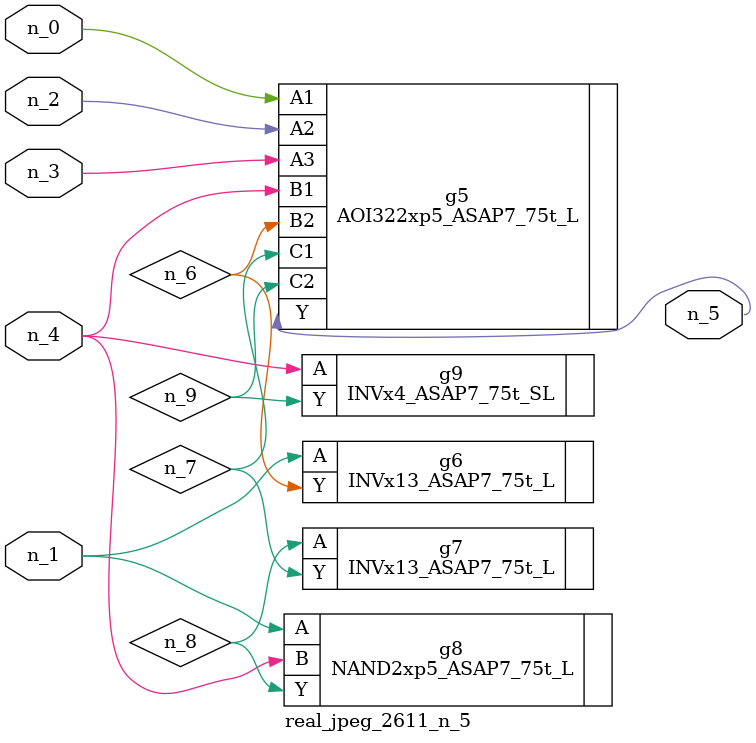
<source format=v>
module real_jpeg_2611_n_5 (n_4, n_0, n_1, n_2, n_3, n_5);

input n_4;
input n_0;
input n_1;
input n_2;
input n_3;

output n_5;

wire n_8;
wire n_6;
wire n_7;
wire n_9;

AOI322xp5_ASAP7_75t_L g5 ( 
.A1(n_0),
.A2(n_2),
.A3(n_3),
.B1(n_4),
.B2(n_6),
.C1(n_7),
.C2(n_9),
.Y(n_5)
);

INVx13_ASAP7_75t_L g6 ( 
.A(n_1),
.Y(n_6)
);

NAND2xp5_ASAP7_75t_L g8 ( 
.A(n_1),
.B(n_4),
.Y(n_8)
);

INVx4_ASAP7_75t_SL g9 ( 
.A(n_4),
.Y(n_9)
);

INVx13_ASAP7_75t_L g7 ( 
.A(n_8),
.Y(n_7)
);


endmodule
</source>
